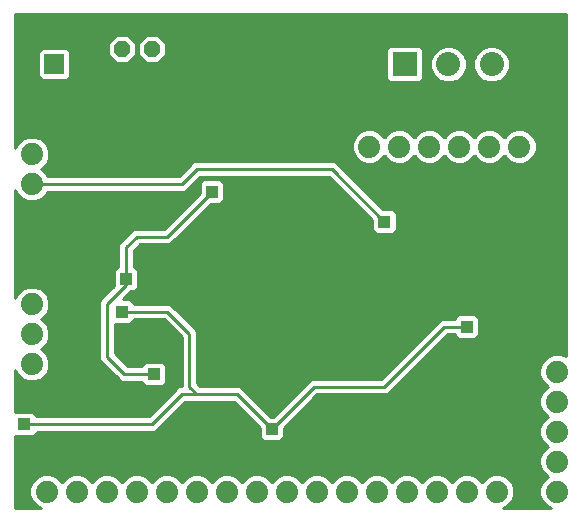
<source format=gbl>
G75*
G70*
%OFA0B0*%
%FSLAX24Y24*%
%IPPOS*%
%LPD*%
%AMOC8*
5,1,8,0,0,1.08239X$1,22.5*
%
%ADD10R,0.0650X0.0650*%
%ADD11C,0.0650*%
%ADD12C,0.0740*%
%ADD13R,0.0800X0.0800*%
%ADD14C,0.0800*%
%ADD15OC8,0.0520*%
%ADD16R,0.0396X0.0396*%
%ADD17C,0.0100*%
D10*
X002300Y015737D03*
D11*
X002300Y016737D03*
D12*
X001550Y013737D03*
X001550Y012737D03*
X001550Y011737D03*
X001550Y007737D03*
X001550Y006737D03*
X001550Y005737D03*
X002050Y001487D03*
X003050Y001487D03*
X004050Y001487D03*
X005050Y001487D03*
X006050Y001487D03*
X007050Y001487D03*
X008050Y001487D03*
X009050Y001487D03*
X010050Y001487D03*
X011050Y001487D03*
X012050Y001487D03*
X013050Y001487D03*
X014050Y001487D03*
X015050Y001487D03*
X016050Y001487D03*
X017050Y001487D03*
X019050Y001487D03*
X019050Y002487D03*
X019050Y003487D03*
X019050Y004487D03*
X019050Y005487D03*
X019050Y006487D03*
X017800Y012987D03*
X016800Y012987D03*
X015800Y012987D03*
X014800Y012987D03*
X013800Y012987D03*
X012800Y012987D03*
D13*
X013980Y015737D03*
D14*
X015428Y015737D03*
X016876Y015737D03*
D15*
X005550Y016237D03*
X005050Y016987D03*
X004550Y016237D03*
D16*
X007550Y011487D03*
X009800Y011237D03*
X012050Y008737D03*
X013300Y010487D03*
X016800Y009987D03*
X017300Y006987D03*
X018050Y006987D03*
X018050Y006237D03*
X017300Y006237D03*
X016550Y006237D03*
X016050Y006987D03*
X014050Y004487D03*
X012050Y003987D03*
X009550Y003577D03*
X007050Y003987D03*
X005800Y004737D03*
X005620Y005407D03*
X005050Y004737D03*
X004300Y004737D03*
X003550Y004737D03*
X003550Y005417D03*
X002800Y005417D03*
X002800Y004737D03*
X002050Y004737D03*
X001300Y004737D03*
X001300Y003737D03*
X004550Y007487D03*
X004690Y008577D03*
X003550Y008667D03*
X001300Y008917D03*
X001300Y009667D03*
X001300Y010417D03*
X007050Y008737D03*
D17*
X001000Y003343D02*
X001000Y000937D01*
X001862Y000937D01*
X001721Y000995D01*
X001558Y001158D01*
X001470Y001371D01*
X001470Y001602D01*
X001558Y001815D01*
X001721Y001978D01*
X001935Y002067D01*
X002165Y002067D01*
X002379Y001978D01*
X002542Y001815D01*
X002550Y001795D01*
X002558Y001815D01*
X002721Y001978D01*
X002935Y002067D01*
X003165Y002067D01*
X003379Y001978D01*
X003542Y001815D01*
X003550Y001795D01*
X003558Y001815D01*
X003721Y001978D01*
X003935Y002067D01*
X004165Y002067D01*
X004379Y001978D01*
X004542Y001815D01*
X004550Y001795D01*
X004558Y001815D01*
X004721Y001978D01*
X004935Y002067D01*
X005165Y002067D01*
X005379Y001978D01*
X005542Y001815D01*
X005550Y001795D01*
X005558Y001815D01*
X005721Y001978D01*
X005935Y002067D01*
X006165Y002067D01*
X006379Y001978D01*
X006542Y001815D01*
X006550Y001795D01*
X006558Y001815D01*
X006721Y001978D01*
X006935Y002067D01*
X007165Y002067D01*
X007379Y001978D01*
X007542Y001815D01*
X007550Y001795D01*
X007558Y001815D01*
X007721Y001978D01*
X007935Y002067D01*
X008165Y002067D01*
X008379Y001978D01*
X008542Y001815D01*
X008550Y001795D01*
X008558Y001815D01*
X008721Y001978D01*
X008935Y002067D01*
X009165Y002067D01*
X009379Y001978D01*
X009542Y001815D01*
X009550Y001795D01*
X009558Y001815D01*
X009721Y001978D01*
X009935Y002067D01*
X010165Y002067D01*
X010379Y001978D01*
X010542Y001815D01*
X010550Y001795D01*
X010558Y001815D01*
X010721Y001978D01*
X010935Y002067D01*
X011165Y002067D01*
X011379Y001978D01*
X011542Y001815D01*
X011550Y001795D01*
X011558Y001815D01*
X011721Y001978D01*
X011935Y002067D01*
X012165Y002067D01*
X012379Y001978D01*
X012542Y001815D01*
X012550Y001795D01*
X012558Y001815D01*
X012721Y001978D01*
X012935Y002067D01*
X013165Y002067D01*
X013379Y001978D01*
X013542Y001815D01*
X013550Y001795D01*
X013558Y001815D01*
X013721Y001978D01*
X013935Y002067D01*
X014165Y002067D01*
X014379Y001978D01*
X014542Y001815D01*
X014550Y001795D01*
X014558Y001815D01*
X014721Y001978D01*
X014935Y002067D01*
X015165Y002067D01*
X015379Y001978D01*
X015542Y001815D01*
X015550Y001795D01*
X015558Y001815D01*
X015721Y001978D01*
X015935Y002067D01*
X016165Y002067D01*
X016379Y001978D01*
X016542Y001815D01*
X016550Y001795D01*
X016558Y001815D01*
X016721Y001978D01*
X016935Y002067D01*
X017165Y002067D01*
X017379Y001978D01*
X017542Y001815D01*
X017630Y001602D01*
X017630Y001371D01*
X017542Y001158D01*
X017379Y000995D01*
X017238Y000937D01*
X018862Y000937D01*
X018721Y000995D01*
X018558Y001158D01*
X018470Y001371D01*
X018470Y001602D01*
X018558Y001815D01*
X018721Y001978D01*
X018741Y001987D01*
X018721Y001995D01*
X018558Y002158D01*
X018470Y002371D01*
X018470Y002602D01*
X018558Y002815D01*
X018721Y002978D01*
X018741Y002987D01*
X018721Y002995D01*
X018558Y003158D01*
X018470Y003371D01*
X018470Y003602D01*
X018558Y003815D01*
X018721Y003978D01*
X018741Y003987D01*
X018721Y003995D01*
X018558Y004158D01*
X018470Y004371D01*
X018470Y004602D01*
X018558Y004815D01*
X018721Y004978D01*
X018741Y004987D01*
X018721Y004995D01*
X018558Y005158D01*
X018470Y005371D01*
X018470Y005602D01*
X018558Y005815D01*
X018721Y005978D01*
X018935Y006067D01*
X019165Y006067D01*
X019342Y005993D01*
X019342Y017407D01*
X001000Y017407D01*
X001000Y012924D01*
X001058Y013065D01*
X001221Y013228D01*
X001435Y013317D01*
X001665Y013317D01*
X001879Y013228D01*
X002042Y013065D01*
X002130Y012852D01*
X002130Y012621D01*
X002042Y012408D01*
X001879Y012245D01*
X001859Y012237D01*
X001879Y012228D01*
X002042Y012065D01*
X002070Y011997D01*
X006442Y011997D01*
X006830Y012384D01*
X006903Y012457D01*
X006998Y012497D01*
X011602Y012497D01*
X011697Y012457D01*
X013260Y010895D01*
X013585Y010895D01*
X013708Y010772D01*
X013708Y010202D01*
X013585Y010079D01*
X013015Y010079D01*
X012892Y010202D01*
X012892Y010527D01*
X011442Y011977D01*
X007158Y011977D01*
X006697Y011516D01*
X006602Y011477D01*
X002070Y011477D01*
X002042Y011408D01*
X001879Y011245D01*
X001665Y011157D01*
X001435Y011157D01*
X001221Y011245D01*
X001058Y011408D01*
X001000Y011549D01*
X001000Y007924D01*
X001058Y008065D01*
X001221Y008228D01*
X001435Y008317D01*
X001665Y008317D01*
X001879Y008228D01*
X002042Y008065D01*
X002130Y007852D01*
X002130Y007621D01*
X002042Y007408D01*
X001879Y007245D01*
X001859Y007237D01*
X001879Y007228D01*
X002042Y007065D01*
X002130Y006852D01*
X002130Y006621D01*
X002042Y006408D01*
X001879Y006245D01*
X001859Y006237D01*
X001879Y006228D01*
X002042Y006065D01*
X002130Y005852D01*
X002130Y005621D01*
X002042Y005408D01*
X001879Y005245D01*
X001665Y005157D01*
X001435Y005157D01*
X001221Y005245D01*
X001058Y005408D01*
X001000Y005549D01*
X001000Y004130D01*
X001015Y004145D01*
X001585Y004145D01*
X001708Y004022D01*
X001708Y003997D01*
X005442Y003997D01*
X006330Y004884D01*
X006403Y004957D01*
X006498Y004997D01*
X006540Y004997D01*
X006540Y006629D01*
X005942Y007227D01*
X004958Y007227D01*
X004958Y007202D01*
X004835Y007079D01*
X004310Y007079D01*
X004310Y006094D01*
X004738Y005667D01*
X005212Y005667D01*
X005212Y005692D01*
X005335Y005815D01*
X005905Y005815D01*
X006028Y005692D01*
X006028Y005122D01*
X005905Y004999D01*
X005335Y004999D01*
X005212Y005122D01*
X005212Y005147D01*
X004578Y005147D01*
X004483Y005186D01*
X004410Y005259D01*
X003830Y005839D01*
X003790Y005935D01*
X003790Y007788D01*
X003830Y007884D01*
X003903Y007957D01*
X004282Y008336D01*
X004282Y008862D01*
X004405Y008985D01*
X004430Y008985D01*
X004430Y009678D01*
X004470Y009774D01*
X004830Y010134D01*
X004903Y010207D01*
X004998Y010247D01*
X005942Y010247D01*
X007142Y011446D01*
X007142Y011772D01*
X007265Y011895D01*
X007835Y011895D01*
X007958Y011772D01*
X007958Y011202D01*
X007835Y011079D01*
X007510Y011079D01*
X006197Y009766D01*
X006102Y009727D01*
X005158Y009727D01*
X004950Y009519D01*
X004950Y008985D01*
X004975Y008985D01*
X005098Y008862D01*
X005098Y008292D01*
X004975Y008169D01*
X004850Y008169D01*
X004576Y007895D01*
X004835Y007895D01*
X004958Y007772D01*
X004958Y007747D01*
X006102Y007747D01*
X006197Y007707D01*
X006270Y007634D01*
X006270Y007634D01*
X006947Y006957D01*
X006947Y006957D01*
X007020Y006884D01*
X007060Y006788D01*
X007060Y005094D01*
X007158Y004997D01*
X008442Y004997D01*
X008537Y004957D01*
X009510Y003985D01*
X009590Y003985D01*
X010813Y005207D01*
X010908Y005247D01*
X013192Y005247D01*
X015153Y007207D01*
X015248Y007247D01*
X015642Y007247D01*
X015642Y007272D01*
X015765Y007395D01*
X016335Y007395D01*
X016458Y007272D01*
X016458Y006702D01*
X016335Y006579D01*
X015765Y006579D01*
X015642Y006702D01*
X015642Y006727D01*
X015408Y006727D01*
X013520Y004839D01*
X013447Y004766D01*
X013352Y004727D01*
X011068Y004727D01*
X009958Y003617D01*
X009958Y003292D01*
X009835Y003169D01*
X009265Y003169D01*
X009142Y003292D01*
X009142Y003617D01*
X008282Y004477D01*
X006658Y004477D01*
X005697Y003516D01*
X005602Y003477D01*
X001708Y003477D01*
X001708Y003452D01*
X001585Y003329D01*
X001015Y003329D01*
X001000Y003343D01*
X001000Y003343D01*
X001000Y003245D02*
X009189Y003245D01*
X009142Y003343D02*
X001600Y003343D01*
X001698Y003442D02*
X009142Y003442D01*
X009142Y003540D02*
X005721Y003540D01*
X005820Y003639D02*
X009120Y003639D01*
X009022Y003737D02*
X005918Y003737D01*
X006017Y003836D02*
X008923Y003836D01*
X008825Y003934D02*
X006115Y003934D01*
X006214Y004033D02*
X008726Y004033D01*
X008628Y004131D02*
X006312Y004131D01*
X006411Y004230D02*
X008529Y004230D01*
X008431Y004328D02*
X006509Y004328D01*
X006608Y004427D02*
X008332Y004427D01*
X008390Y004737D02*
X009550Y003577D01*
X010960Y004987D01*
X013300Y004987D01*
X015300Y006987D01*
X016050Y006987D01*
X016458Y006988D02*
X019342Y006988D01*
X019342Y007086D02*
X016458Y007086D01*
X016458Y007185D02*
X019342Y007185D01*
X019342Y007283D02*
X016447Y007283D01*
X016348Y007382D02*
X019342Y007382D01*
X019342Y007480D02*
X006424Y007480D01*
X006523Y007382D02*
X015752Y007382D01*
X015653Y007283D02*
X006621Y007283D01*
X006720Y007185D02*
X015130Y007185D01*
X015032Y007086D02*
X006818Y007086D01*
X006917Y006988D02*
X014933Y006988D01*
X014835Y006889D02*
X007015Y006889D01*
X007059Y006791D02*
X014736Y006791D01*
X014638Y006692D02*
X007060Y006692D01*
X007060Y006594D02*
X014539Y006594D01*
X014441Y006495D02*
X007060Y006495D01*
X007060Y006397D02*
X014342Y006397D01*
X014244Y006298D02*
X007060Y006298D01*
X007060Y006200D02*
X014145Y006200D01*
X014047Y006101D02*
X007060Y006101D01*
X007060Y006003D02*
X013948Y006003D01*
X013850Y005904D02*
X007060Y005904D01*
X007060Y005806D02*
X013751Y005806D01*
X013653Y005707D02*
X007060Y005707D01*
X007060Y005609D02*
X013554Y005609D01*
X013456Y005510D02*
X007060Y005510D01*
X007060Y005412D02*
X013357Y005412D01*
X013259Y005313D02*
X007060Y005313D01*
X007060Y005215D02*
X010831Y005215D01*
X010722Y005116D02*
X007060Y005116D01*
X007137Y005018D02*
X010623Y005018D01*
X010525Y004919D02*
X008575Y004919D01*
X008674Y004821D02*
X010426Y004821D01*
X010328Y004722D02*
X008772Y004722D01*
X008871Y004624D02*
X010229Y004624D01*
X010131Y004525D02*
X008969Y004525D01*
X009068Y004427D02*
X010032Y004427D01*
X009934Y004328D02*
X009166Y004328D01*
X009265Y004230D02*
X009835Y004230D01*
X009737Y004131D02*
X009363Y004131D01*
X009462Y004033D02*
X009638Y004033D01*
X009980Y003639D02*
X018485Y003639D01*
X018470Y003540D02*
X009958Y003540D01*
X009958Y003442D02*
X018470Y003442D01*
X018482Y003343D02*
X009958Y003343D01*
X009911Y003245D02*
X018522Y003245D01*
X018570Y003146D02*
X001000Y003146D01*
X001000Y003048D02*
X018669Y003048D01*
X018692Y002949D02*
X001000Y002949D01*
X001000Y002851D02*
X018594Y002851D01*
X018532Y002752D02*
X001000Y002752D01*
X001000Y002654D02*
X018491Y002654D01*
X018470Y002555D02*
X001000Y002555D01*
X001000Y002457D02*
X018470Y002457D01*
X018475Y002358D02*
X001000Y002358D01*
X001000Y002260D02*
X018516Y002260D01*
X018557Y002161D02*
X001000Y002161D01*
X001000Y002063D02*
X001925Y002063D01*
X001707Y001964D02*
X001000Y001964D01*
X001000Y001866D02*
X001609Y001866D01*
X001538Y001767D02*
X001000Y001767D01*
X001000Y001669D02*
X001498Y001669D01*
X001470Y001570D02*
X001000Y001570D01*
X001000Y001472D02*
X001470Y001472D01*
X001470Y001373D02*
X001000Y001373D01*
X001000Y001275D02*
X001510Y001275D01*
X001551Y001176D02*
X001000Y001176D01*
X001000Y001078D02*
X001639Y001078D01*
X001760Y000979D02*
X001000Y000979D01*
X002175Y002063D02*
X002925Y002063D01*
X002707Y001964D02*
X002393Y001964D01*
X002491Y001866D02*
X002609Y001866D01*
X003175Y002063D02*
X003925Y002063D01*
X003707Y001964D02*
X003393Y001964D01*
X003491Y001866D02*
X003609Y001866D01*
X004175Y002063D02*
X004925Y002063D01*
X004707Y001964D02*
X004393Y001964D01*
X004491Y001866D02*
X004609Y001866D01*
X005175Y002063D02*
X005925Y002063D01*
X005707Y001964D02*
X005393Y001964D01*
X005491Y001866D02*
X005609Y001866D01*
X006175Y002063D02*
X006925Y002063D01*
X006707Y001964D02*
X006393Y001964D01*
X006491Y001866D02*
X006609Y001866D01*
X007175Y002063D02*
X007925Y002063D01*
X007707Y001964D02*
X007393Y001964D01*
X007491Y001866D02*
X007609Y001866D01*
X008175Y002063D02*
X008925Y002063D01*
X008707Y001964D02*
X008393Y001964D01*
X008491Y001866D02*
X008609Y001866D01*
X009175Y002063D02*
X009925Y002063D01*
X009707Y001964D02*
X009393Y001964D01*
X009491Y001866D02*
X009609Y001866D01*
X010175Y002063D02*
X010925Y002063D01*
X010707Y001964D02*
X010393Y001964D01*
X010491Y001866D02*
X010609Y001866D01*
X011175Y002063D02*
X011925Y002063D01*
X012175Y002063D02*
X012925Y002063D01*
X012707Y001964D02*
X012393Y001964D01*
X012491Y001866D02*
X012609Y001866D01*
X013175Y002063D02*
X013925Y002063D01*
X013707Y001964D02*
X013393Y001964D01*
X013491Y001866D02*
X013609Y001866D01*
X014175Y002063D02*
X014925Y002063D01*
X014707Y001964D02*
X014393Y001964D01*
X014491Y001866D02*
X014609Y001866D01*
X015175Y002063D02*
X015925Y002063D01*
X015707Y001964D02*
X015393Y001964D01*
X015491Y001866D02*
X015609Y001866D01*
X016175Y002063D02*
X016925Y002063D01*
X016707Y001964D02*
X016393Y001964D01*
X016491Y001866D02*
X016609Y001866D01*
X017175Y002063D02*
X018654Y002063D01*
X018707Y001964D02*
X017393Y001964D01*
X017491Y001866D02*
X018609Y001866D01*
X018538Y001767D02*
X017562Y001767D01*
X017602Y001669D02*
X018498Y001669D01*
X018470Y001570D02*
X017630Y001570D01*
X017630Y001472D02*
X018470Y001472D01*
X018470Y001373D02*
X017630Y001373D01*
X017590Y001275D02*
X018510Y001275D01*
X018551Y001176D02*
X017549Y001176D01*
X017461Y001078D02*
X018639Y001078D01*
X018760Y000979D02*
X017340Y000979D01*
X018526Y003737D02*
X010078Y003737D01*
X010177Y003836D02*
X018579Y003836D01*
X018677Y003934D02*
X010275Y003934D01*
X010374Y004033D02*
X018684Y004033D01*
X018585Y004131D02*
X010472Y004131D01*
X010571Y004230D02*
X018529Y004230D01*
X018488Y004328D02*
X010669Y004328D01*
X010768Y004427D02*
X018470Y004427D01*
X018470Y004525D02*
X010866Y004525D01*
X010965Y004624D02*
X018479Y004624D01*
X018520Y004722D02*
X011063Y004722D01*
X013502Y004821D02*
X018564Y004821D01*
X018662Y004919D02*
X013600Y004919D01*
X013699Y005018D02*
X018699Y005018D01*
X018600Y005116D02*
X013797Y005116D01*
X013896Y005215D02*
X018535Y005215D01*
X018494Y005313D02*
X013994Y005313D01*
X014093Y005412D02*
X018470Y005412D01*
X018470Y005510D02*
X014191Y005510D01*
X014290Y005609D02*
X018473Y005609D01*
X018514Y005707D02*
X014388Y005707D01*
X014487Y005806D02*
X018554Y005806D01*
X018647Y005904D02*
X014585Y005904D01*
X014684Y006003D02*
X018780Y006003D01*
X019320Y006003D02*
X019342Y006003D01*
X019342Y006101D02*
X014782Y006101D01*
X014881Y006200D02*
X019342Y006200D01*
X019342Y006298D02*
X014979Y006298D01*
X015078Y006397D02*
X019342Y006397D01*
X019342Y006495D02*
X015176Y006495D01*
X015275Y006594D02*
X015750Y006594D01*
X015651Y006692D02*
X015373Y006692D01*
X016350Y006594D02*
X019342Y006594D01*
X019342Y006692D02*
X016449Y006692D01*
X016458Y006791D02*
X019342Y006791D01*
X019342Y006889D02*
X016458Y006889D01*
X019342Y007579D02*
X006326Y007579D01*
X006227Y007677D02*
X019342Y007677D01*
X019342Y007776D02*
X004954Y007776D01*
X004856Y007874D02*
X019342Y007874D01*
X019342Y007973D02*
X004654Y007973D01*
X004752Y008071D02*
X019342Y008071D01*
X019342Y008170D02*
X004976Y008170D01*
X005075Y008268D02*
X019342Y008268D01*
X019342Y008367D02*
X005098Y008367D01*
X005098Y008465D02*
X019342Y008465D01*
X019342Y008564D02*
X005098Y008564D01*
X005098Y008662D02*
X019342Y008662D01*
X019342Y008761D02*
X005098Y008761D01*
X005098Y008859D02*
X019342Y008859D01*
X019342Y008958D02*
X005002Y008958D01*
X004950Y009056D02*
X019342Y009056D01*
X019342Y009155D02*
X004950Y009155D01*
X004950Y009253D02*
X019342Y009253D01*
X019342Y009352D02*
X004950Y009352D01*
X004950Y009450D02*
X019342Y009450D01*
X019342Y009549D02*
X004980Y009549D01*
X005078Y009647D02*
X019342Y009647D01*
X019342Y009746D02*
X006148Y009746D01*
X006275Y009844D02*
X019342Y009844D01*
X019342Y009943D02*
X006374Y009943D01*
X006472Y010041D02*
X019342Y010041D01*
X019342Y010140D02*
X013646Y010140D01*
X013708Y010238D02*
X019342Y010238D01*
X019342Y010337D02*
X013708Y010337D01*
X013708Y010435D02*
X019342Y010435D01*
X019342Y010534D02*
X013708Y010534D01*
X013708Y010632D02*
X019342Y010632D01*
X019342Y010731D02*
X013708Y010731D01*
X013651Y010829D02*
X019342Y010829D01*
X019342Y010928D02*
X013227Y010928D01*
X013128Y011026D02*
X019342Y011026D01*
X019342Y011125D02*
X013030Y011125D01*
X012931Y011223D02*
X019342Y011223D01*
X019342Y011322D02*
X012833Y011322D01*
X012734Y011420D02*
X019342Y011420D01*
X019342Y011519D02*
X012636Y011519D01*
X012537Y011617D02*
X019342Y011617D01*
X019342Y011716D02*
X012439Y011716D01*
X012340Y011814D02*
X019342Y011814D01*
X019342Y011913D02*
X012242Y011913D01*
X012143Y012011D02*
X019342Y012011D01*
X019342Y012110D02*
X012045Y012110D01*
X011946Y012208D02*
X019342Y012208D01*
X019342Y012307D02*
X011848Y012307D01*
X011749Y012405D02*
X019342Y012405D01*
X019342Y012504D02*
X018137Y012504D01*
X018129Y012495D02*
X018292Y012658D01*
X018380Y012871D01*
X018380Y013102D01*
X018292Y013315D01*
X018129Y013478D01*
X017915Y013567D01*
X017685Y013567D01*
X017471Y013478D01*
X017308Y013315D01*
X017300Y013295D01*
X017292Y013315D01*
X017129Y013478D01*
X016915Y013567D01*
X016685Y013567D01*
X016471Y013478D01*
X016308Y013315D01*
X016300Y013295D01*
X016292Y013315D01*
X016129Y013478D01*
X015915Y013567D01*
X015685Y013567D01*
X015471Y013478D01*
X015308Y013315D01*
X015300Y013295D01*
X015292Y013315D01*
X015129Y013478D01*
X014915Y013567D01*
X014685Y013567D01*
X014471Y013478D01*
X014308Y013315D01*
X014300Y013295D01*
X014292Y013315D01*
X014129Y013478D01*
X013915Y013567D01*
X013685Y013567D01*
X013471Y013478D01*
X013308Y013315D01*
X013300Y013295D01*
X013292Y013315D01*
X013129Y013478D01*
X012915Y013567D01*
X012685Y013567D01*
X012471Y013478D01*
X012308Y013315D01*
X012220Y013102D01*
X012220Y012871D01*
X012308Y012658D01*
X012471Y012495D01*
X012685Y012407D01*
X012915Y012407D01*
X013129Y012495D01*
X013292Y012658D01*
X013300Y012678D01*
X013308Y012658D01*
X013471Y012495D01*
X013685Y012407D01*
X013915Y012407D01*
X014129Y012495D01*
X014292Y012658D01*
X014300Y012678D01*
X014308Y012658D01*
X014471Y012495D01*
X014685Y012407D01*
X014915Y012407D01*
X015129Y012495D01*
X015292Y012658D01*
X015300Y012678D01*
X015308Y012658D01*
X015471Y012495D01*
X015685Y012407D01*
X015915Y012407D01*
X016129Y012495D01*
X016292Y012658D01*
X016300Y012678D01*
X016308Y012658D01*
X016471Y012495D01*
X016685Y012407D01*
X016915Y012407D01*
X017129Y012495D01*
X017292Y012658D01*
X017300Y012678D01*
X017308Y012658D01*
X017471Y012495D01*
X017685Y012407D01*
X017915Y012407D01*
X018129Y012495D01*
X018236Y012602D02*
X019342Y012602D01*
X019342Y012701D02*
X018309Y012701D01*
X018350Y012799D02*
X019342Y012799D01*
X019342Y012898D02*
X018380Y012898D01*
X018380Y012996D02*
X019342Y012996D01*
X019342Y013095D02*
X018380Y013095D01*
X018342Y013193D02*
X019342Y013193D01*
X019342Y013292D02*
X018301Y013292D01*
X018217Y013390D02*
X019342Y013390D01*
X019342Y013489D02*
X018104Y013489D01*
X017496Y013489D02*
X017104Y013489D01*
X017217Y013390D02*
X017383Y013390D01*
X017364Y012602D02*
X017236Y012602D01*
X017137Y012504D02*
X017463Y012504D01*
X016463Y012504D02*
X016137Y012504D01*
X016236Y012602D02*
X016364Y012602D01*
X016383Y013390D02*
X016217Y013390D01*
X016104Y013489D02*
X016496Y013489D01*
X015496Y013489D02*
X015104Y013489D01*
X015217Y013390D02*
X015383Y013390D01*
X015364Y012602D02*
X015236Y012602D01*
X015137Y012504D02*
X015463Y012504D01*
X014463Y012504D02*
X014137Y012504D01*
X014236Y012602D02*
X014364Y012602D01*
X014383Y013390D02*
X014217Y013390D01*
X014104Y013489D02*
X014496Y013489D01*
X013496Y013489D02*
X013104Y013489D01*
X013217Y013390D02*
X013383Y013390D01*
X013364Y012602D02*
X013236Y012602D01*
X013137Y012504D02*
X013463Y012504D01*
X012463Y012504D02*
X002081Y012504D01*
X002122Y012602D02*
X012364Y012602D01*
X012291Y012701D02*
X002130Y012701D01*
X002130Y012799D02*
X012250Y012799D01*
X012220Y012898D02*
X002111Y012898D01*
X002070Y012996D02*
X012220Y012996D01*
X012220Y013095D02*
X002012Y013095D01*
X001914Y013193D02*
X012258Y013193D01*
X012299Y013292D02*
X001726Y013292D01*
X001374Y013292D02*
X001000Y013292D01*
X001000Y013390D02*
X012383Y013390D01*
X012496Y013489D02*
X001000Y013489D01*
X001000Y013587D02*
X019342Y013587D01*
X019342Y013686D02*
X001000Y013686D01*
X001000Y013784D02*
X019342Y013784D01*
X019342Y013883D02*
X001000Y013883D01*
X001000Y013981D02*
X019342Y013981D01*
X019342Y014080D02*
X001000Y014080D01*
X001000Y014178D02*
X019342Y014178D01*
X019342Y014277D02*
X001000Y014277D01*
X001000Y014375D02*
X019342Y014375D01*
X019342Y014474D02*
X001000Y014474D01*
X001000Y014572D02*
X019342Y014572D01*
X019342Y014671D02*
X001000Y014671D01*
X001000Y014769D02*
X019342Y014769D01*
X019342Y014868D02*
X001000Y014868D01*
X001000Y014966D02*
X019342Y014966D01*
X019342Y015065D02*
X001000Y015065D01*
X001000Y015163D02*
X013456Y015163D01*
X013493Y015127D02*
X014467Y015127D01*
X014590Y015250D01*
X014590Y016224D01*
X014467Y016347D01*
X013493Y016347D01*
X013370Y016224D01*
X013370Y015250D01*
X013493Y015127D01*
X013370Y015262D02*
X002772Y015262D01*
X002712Y015202D02*
X002835Y015325D01*
X002835Y016149D01*
X002712Y016272D01*
X001888Y016272D01*
X001765Y016149D01*
X001765Y015325D01*
X001888Y015202D01*
X002712Y015202D01*
X002835Y015360D02*
X013370Y015360D01*
X013370Y015459D02*
X002835Y015459D01*
X002835Y015557D02*
X013370Y015557D01*
X013370Y015656D02*
X002835Y015656D01*
X002835Y015754D02*
X013370Y015754D01*
X013370Y015853D02*
X005831Y015853D01*
X005745Y015767D02*
X006020Y016042D01*
X006020Y016431D01*
X005745Y016707D01*
X005355Y016707D01*
X005080Y016431D01*
X005080Y016042D01*
X005355Y015767D01*
X005745Y015767D01*
X005929Y015951D02*
X013370Y015951D01*
X013370Y016050D02*
X006020Y016050D01*
X006020Y016148D02*
X013370Y016148D01*
X013393Y016247D02*
X006020Y016247D01*
X006020Y016345D02*
X013492Y016345D01*
X014468Y016345D02*
X015303Y016345D01*
X015307Y016347D02*
X015082Y016254D01*
X014911Y016082D01*
X014818Y015858D01*
X014818Y015615D01*
X014911Y015391D01*
X015082Y015220D01*
X015307Y015127D01*
X015549Y015127D01*
X015773Y015220D01*
X015945Y015391D01*
X016038Y015615D01*
X016038Y015858D01*
X015945Y016082D01*
X015773Y016254D01*
X015549Y016347D01*
X015307Y016347D01*
X015553Y016345D02*
X016751Y016345D01*
X016755Y016347D02*
X016530Y016254D01*
X016359Y016082D01*
X016266Y015858D01*
X016266Y015615D01*
X016359Y015391D01*
X016530Y015220D01*
X016755Y015127D01*
X016997Y015127D01*
X017221Y015220D01*
X017393Y015391D01*
X017486Y015615D01*
X017486Y015858D01*
X017393Y016082D01*
X017221Y016254D01*
X016997Y016347D01*
X016755Y016347D01*
X017001Y016345D02*
X019342Y016345D01*
X019342Y016247D02*
X017229Y016247D01*
X017327Y016148D02*
X019342Y016148D01*
X019342Y016050D02*
X017406Y016050D01*
X017447Y015951D02*
X019342Y015951D01*
X019342Y015853D02*
X017486Y015853D01*
X017486Y015754D02*
X019342Y015754D01*
X019342Y015656D02*
X017486Y015656D01*
X017462Y015557D02*
X019342Y015557D01*
X019342Y015459D02*
X017421Y015459D01*
X017362Y015360D02*
X019342Y015360D01*
X019342Y015262D02*
X017264Y015262D01*
X017085Y015163D02*
X019342Y015163D01*
X019342Y016444D02*
X006008Y016444D01*
X005909Y016542D02*
X019342Y016542D01*
X019342Y016641D02*
X005811Y016641D01*
X005289Y016641D02*
X004811Y016641D01*
X004745Y016707D02*
X004355Y016707D01*
X004080Y016431D01*
X004080Y016042D01*
X004355Y015767D01*
X004745Y015767D01*
X005020Y016042D01*
X005020Y016431D01*
X004745Y016707D01*
X004909Y016542D02*
X005191Y016542D01*
X005092Y016444D02*
X005008Y016444D01*
X005020Y016345D02*
X005080Y016345D01*
X005080Y016247D02*
X005020Y016247D01*
X005020Y016148D02*
X005080Y016148D01*
X005080Y016050D02*
X005020Y016050D01*
X004929Y015951D02*
X005171Y015951D01*
X005269Y015853D02*
X004831Y015853D01*
X004269Y015853D02*
X002835Y015853D01*
X002835Y015951D02*
X004171Y015951D01*
X004080Y016050D02*
X002835Y016050D01*
X002835Y016148D02*
X004080Y016148D01*
X004080Y016247D02*
X002737Y016247D01*
X001863Y016247D02*
X001000Y016247D01*
X001000Y016345D02*
X004080Y016345D01*
X004092Y016444D02*
X001000Y016444D01*
X001000Y016542D02*
X004191Y016542D01*
X004289Y016641D02*
X001000Y016641D01*
X001000Y016739D02*
X019342Y016739D01*
X019342Y016838D02*
X001000Y016838D01*
X001000Y016936D02*
X019342Y016936D01*
X019342Y017035D02*
X001000Y017035D01*
X001000Y017133D02*
X019342Y017133D01*
X019342Y017232D02*
X001000Y017232D01*
X001000Y017330D02*
X019342Y017330D01*
X016666Y015163D02*
X015637Y015163D01*
X015816Y015262D02*
X016488Y015262D01*
X016390Y015360D02*
X015914Y015360D01*
X015973Y015459D02*
X016331Y015459D01*
X016290Y015557D02*
X016014Y015557D01*
X016038Y015656D02*
X016266Y015656D01*
X016266Y015754D02*
X016038Y015754D01*
X016038Y015853D02*
X016266Y015853D01*
X016305Y015951D02*
X015999Y015951D01*
X015959Y016050D02*
X016345Y016050D01*
X016425Y016148D02*
X015879Y016148D01*
X015781Y016247D02*
X016523Y016247D01*
X015218Y015163D02*
X014504Y015163D01*
X014590Y015262D02*
X015040Y015262D01*
X014942Y015360D02*
X014590Y015360D01*
X014590Y015459D02*
X014883Y015459D01*
X014842Y015557D02*
X014590Y015557D01*
X014590Y015656D02*
X014818Y015656D01*
X014818Y015754D02*
X014590Y015754D01*
X014590Y015853D02*
X014818Y015853D01*
X014857Y015951D02*
X014590Y015951D01*
X014590Y016050D02*
X014897Y016050D01*
X014977Y016148D02*
X014590Y016148D01*
X014567Y016247D02*
X015075Y016247D01*
X011550Y012237D02*
X013300Y010487D01*
X012892Y010435D02*
X006866Y010435D01*
X006768Y010337D02*
X012892Y010337D01*
X012892Y010238D02*
X006669Y010238D01*
X006571Y010140D02*
X012954Y010140D01*
X012885Y010534D02*
X006965Y010534D01*
X007063Y010632D02*
X012787Y010632D01*
X012688Y010731D02*
X007162Y010731D01*
X007260Y010829D02*
X012590Y010829D01*
X012491Y010928D02*
X007359Y010928D01*
X007457Y011026D02*
X012393Y011026D01*
X012294Y011125D02*
X007881Y011125D01*
X007958Y011223D02*
X012196Y011223D01*
X012097Y011322D02*
X007958Y011322D01*
X007958Y011420D02*
X011999Y011420D01*
X011900Y011519D02*
X007958Y011519D01*
X007958Y011617D02*
X011802Y011617D01*
X011703Y011716D02*
X007958Y011716D01*
X007916Y011814D02*
X011605Y011814D01*
X011506Y011913D02*
X007094Y011913D01*
X007184Y011814D02*
X006995Y011814D01*
X006897Y011716D02*
X007142Y011716D01*
X007142Y011617D02*
X006798Y011617D01*
X006700Y011519D02*
X007142Y011519D01*
X007116Y011420D02*
X002047Y011420D01*
X001955Y011322D02*
X007017Y011322D01*
X006919Y011223D02*
X001826Y011223D01*
X001274Y011223D02*
X001000Y011223D01*
X001000Y011125D02*
X006820Y011125D01*
X006722Y011026D02*
X001000Y011026D01*
X001000Y010928D02*
X006623Y010928D01*
X006525Y010829D02*
X001000Y010829D01*
X001000Y010731D02*
X006426Y010731D01*
X006328Y010632D02*
X001000Y010632D01*
X001000Y010534D02*
X006229Y010534D01*
X006131Y010435D02*
X001000Y010435D01*
X001000Y010337D02*
X006032Y010337D01*
X006050Y009987D02*
X007550Y011487D01*
X006654Y012208D02*
X001899Y012208D01*
X001940Y012307D02*
X006752Y012307D01*
X006851Y012405D02*
X002039Y012405D01*
X001997Y012110D02*
X006555Y012110D01*
X006457Y012011D02*
X002064Y012011D01*
X001550Y011737D02*
X006550Y011737D01*
X007050Y012237D01*
X011550Y012237D01*
X006050Y009987D02*
X005050Y009987D01*
X004690Y009627D01*
X004690Y008577D01*
X004690Y008377D01*
X004050Y007737D01*
X004050Y005987D01*
X004630Y005407D01*
X005620Y005407D01*
X006028Y005412D02*
X006540Y005412D01*
X006540Y005510D02*
X006028Y005510D01*
X006028Y005609D02*
X006540Y005609D01*
X006540Y005707D02*
X006013Y005707D01*
X005914Y005806D02*
X006540Y005806D01*
X006540Y005904D02*
X004500Y005904D01*
X004402Y006003D02*
X006540Y006003D01*
X006540Y006101D02*
X004310Y006101D01*
X004310Y006200D02*
X006540Y006200D01*
X006540Y006298D02*
X004310Y006298D01*
X004310Y006397D02*
X006540Y006397D01*
X006540Y006495D02*
X004310Y006495D01*
X004310Y006594D02*
X006540Y006594D01*
X006477Y006692D02*
X004310Y006692D01*
X004310Y006791D02*
X006378Y006791D01*
X006280Y006889D02*
X004310Y006889D01*
X004310Y006988D02*
X006181Y006988D01*
X006083Y007086D02*
X004843Y007086D01*
X004941Y007185D02*
X005984Y007185D01*
X006050Y007487D02*
X006800Y006737D01*
X006800Y004987D01*
X007050Y004737D01*
X008390Y004737D01*
X007050Y004737D02*
X006550Y004737D01*
X005550Y003737D01*
X001300Y003737D01*
X001697Y004033D02*
X005478Y004033D01*
X005577Y004131D02*
X001599Y004131D01*
X001001Y004131D02*
X001000Y004131D01*
X001000Y004230D02*
X005675Y004230D01*
X005774Y004328D02*
X001000Y004328D01*
X001000Y004427D02*
X005872Y004427D01*
X005971Y004525D02*
X001000Y004525D01*
X001000Y004624D02*
X006069Y004624D01*
X006168Y004722D02*
X001000Y004722D01*
X001000Y004821D02*
X006266Y004821D01*
X006365Y004919D02*
X001000Y004919D01*
X001000Y005018D02*
X005316Y005018D01*
X005217Y005116D02*
X001000Y005116D01*
X001000Y005215D02*
X001295Y005215D01*
X001153Y005313D02*
X001000Y005313D01*
X001000Y005412D02*
X001057Y005412D01*
X001016Y005510D02*
X001000Y005510D01*
X001805Y005215D02*
X004454Y005215D01*
X004356Y005313D02*
X001947Y005313D01*
X002043Y005412D02*
X004257Y005412D01*
X004159Y005510D02*
X002084Y005510D01*
X002125Y005609D02*
X004060Y005609D01*
X003962Y005707D02*
X002130Y005707D01*
X002130Y005806D02*
X003863Y005806D01*
X003803Y005904D02*
X002108Y005904D01*
X002068Y006003D02*
X003790Y006003D01*
X003790Y006101D02*
X002006Y006101D01*
X001907Y006200D02*
X003790Y006200D01*
X003790Y006298D02*
X001932Y006298D01*
X002030Y006397D02*
X003790Y006397D01*
X003790Y006495D02*
X002078Y006495D01*
X002119Y006594D02*
X003790Y006594D01*
X003790Y006692D02*
X002130Y006692D01*
X002130Y006791D02*
X003790Y006791D01*
X003790Y006889D02*
X002115Y006889D01*
X002074Y006988D02*
X003790Y006988D01*
X003790Y007086D02*
X002021Y007086D01*
X001922Y007185D02*
X003790Y007185D01*
X003790Y007283D02*
X001917Y007283D01*
X002015Y007382D02*
X003790Y007382D01*
X003790Y007480D02*
X002072Y007480D01*
X002112Y007579D02*
X003790Y007579D01*
X003790Y007677D02*
X002130Y007677D01*
X002130Y007776D02*
X003790Y007776D01*
X003826Y007874D02*
X002121Y007874D01*
X002080Y007973D02*
X003918Y007973D01*
X004017Y008071D02*
X002036Y008071D01*
X001937Y008170D02*
X004115Y008170D01*
X004214Y008268D02*
X001782Y008268D01*
X001318Y008268D02*
X001000Y008268D01*
X001000Y008170D02*
X001163Y008170D01*
X001064Y008071D02*
X001000Y008071D01*
X001000Y007973D02*
X001020Y007973D01*
X001000Y008367D02*
X004282Y008367D01*
X004282Y008465D02*
X001000Y008465D01*
X001000Y008564D02*
X004282Y008564D01*
X004282Y008662D02*
X001000Y008662D01*
X001000Y008761D02*
X004282Y008761D01*
X004282Y008859D02*
X001000Y008859D01*
X001000Y008958D02*
X004378Y008958D01*
X004430Y009056D02*
X001000Y009056D01*
X001000Y009155D02*
X004430Y009155D01*
X004430Y009253D02*
X001000Y009253D01*
X001000Y009352D02*
X004430Y009352D01*
X004430Y009450D02*
X001000Y009450D01*
X001000Y009549D02*
X004430Y009549D01*
X004430Y009647D02*
X001000Y009647D01*
X001000Y009746D02*
X004458Y009746D01*
X004540Y009844D02*
X001000Y009844D01*
X001000Y009943D02*
X004638Y009943D01*
X004737Y010041D02*
X001000Y010041D01*
X001000Y010140D02*
X004835Y010140D01*
X004978Y010238D02*
X001000Y010238D01*
X001000Y011322D02*
X001145Y011322D01*
X001053Y011420D02*
X001000Y011420D01*
X001000Y011519D02*
X001013Y011519D01*
X001000Y012996D02*
X001030Y012996D01*
X001000Y013095D02*
X001088Y013095D01*
X001000Y013193D02*
X001186Y013193D01*
X001000Y015262D02*
X001828Y015262D01*
X001765Y015360D02*
X001000Y015360D01*
X001000Y015459D02*
X001765Y015459D01*
X001765Y015557D02*
X001000Y015557D01*
X001000Y015656D02*
X001765Y015656D01*
X001765Y015754D02*
X001000Y015754D01*
X001000Y015853D02*
X001765Y015853D01*
X001765Y015951D02*
X001000Y015951D01*
X001000Y016050D02*
X001765Y016050D01*
X001765Y016148D02*
X001000Y016148D01*
X004550Y007487D02*
X006050Y007487D01*
X005326Y005806D02*
X004599Y005806D01*
X004697Y005707D02*
X005227Y005707D01*
X006028Y005313D02*
X006540Y005313D01*
X006540Y005215D02*
X006028Y005215D01*
X006023Y005116D02*
X006540Y005116D01*
X006540Y005018D02*
X005924Y005018D01*
X011393Y001964D02*
X011707Y001964D01*
X011609Y001866D02*
X011491Y001866D01*
M02*

</source>
